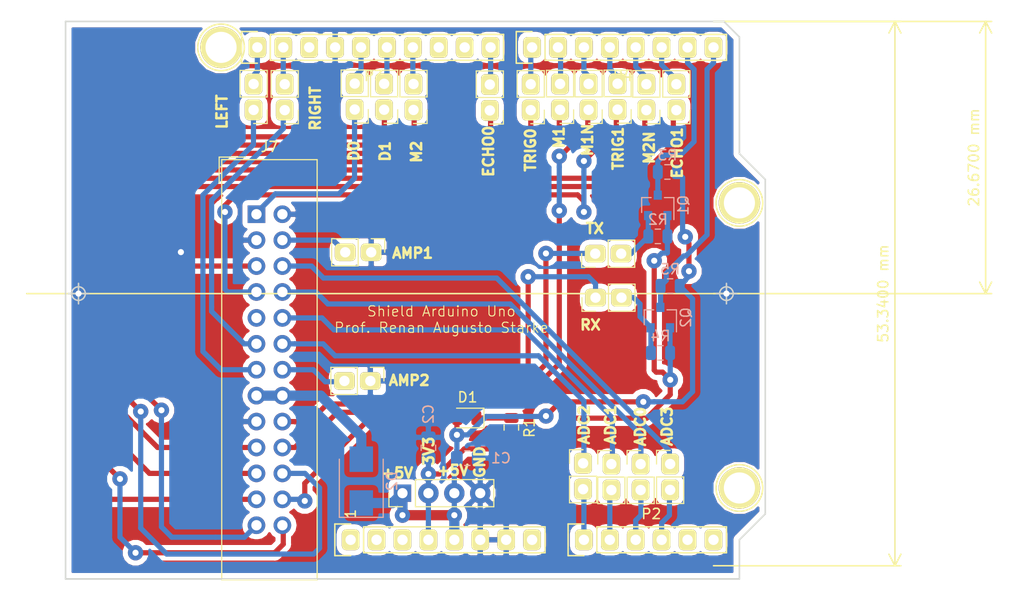
<source format=kicad_pcb>
(kicad_pcb (version 20240108) (generator "pcbnew") (generator_version "8.0")
  (title_block (date "lun. 30 mars 2015"))
  (layers (0 "F.Cu" signal) (31 "B.Cu" signal) (34 "B.Paste" user) (35 "F.Paste" user) (36 "B.SilkS" user "B.Silkscreen") (37 "F.SilkS" user "F.Silkscreen") (38 "B.Mask" user) (39 "F.Mask" user) (44 "Edge.Cuts" user))
  (net 0 "")
  (net 1 "/IOREF")
  (net 2 "/Reset")
  (net 3 "+5V")
  (net 4 "GND")
  (net 5 "/Vin")
  (net 6 "/AREF")
  (net 7 "Net-(P6-Pad1)")
  (net 8 "Net-(P7-Pad1)")
  (net 9 "Net-(P8-Pad1)")
  (net 10 "Net-(P1-Pad1)")
  (net 11 "+3V3")
  (net 12 "A3")
  (net 13 "ADC3")
  (net 14 "13")
  (net 15 "12")
  (net 16 "11")
  (net 17 "10")
  (net 18 "9")
  (net 19 "8")
  (net 20 "7")
  (net 21 "6")
  (net 22 "5")
  (net 23 "4")
  (net 24 "3")
  (net 25 "2")
  (net 26 "Tx")
  (net 27 "Rx")
  (net 28 "A0")
  (net 29 "A1")
  (net 30 "A2")
  (net 31 "ADC0")
  (net 32 "Trig0")
  (net 33 "L_TCRT")
  (net 34 "ADC1")
  (net 35 "Echo0")
  (net 36 "R_TCRT")
  (net 37 "Echo1")
  (net 38 "RXB")
  (net 39 "PWM2")
  (net 40 "Trig1")
  (net 41 "TXB")
  (net 42 "PWM1N")
  (net 43 "D0")
  (net 44 "D1")
  (net 45 "ADC2")
  (net 46 "PWM1")
  (net 47 "PWM2N")
  (net 48 "AMP1")
  (net 49 "AMP2")
  (net 50 "A5(SCL)")
  (net 51 "A4(SDA)")
  (net 52 "Net-(D1-Pad1)")
  (net 53 "Net-(J17-Pad2)")
  (net 54 "Net-(J18-Pad2)")
  (net 55 "+5VP")
  (net 56 "Net-(J7-Pad9)")
  (footprint "Socket_Arduino_Uno:Socket_Strip_Arduino_1x08" (layer "F.Cu") (at 138.938 123.825)
    (property "Reference" "P1" (hide yes))
    (property "Value" "Power")
  )
  (footprint "Socket_Arduino_Uno:Socket_Strip_Arduino_1x06" (layer "F.Cu") (at 161.798 123.825)
    (property "Reference" "P2")
    (property "Value" "Analog")
  )
  (footprint "Socket_Arduino_Uno:Socket_Strip_Arduino_1x10" (layer "F.Cu") (at 129.794 75.565)
    (property "Reference" "P3")
    (property "Value" "Digital")
  )
  (footprint "Socket_Arduino_Uno:Socket_Strip_Arduino_1x08" (layer "F.Cu") (at 156.718 75.565)
    (property "Reference" "P4")
    (property "Value" "Digital")
  )
  (footprint "Socket_Arduino_Uno:Arduino_1pin" (layer "F.Cu") (at 126.238 75.565)
    (property "Reference" "P7" (hide yes))
    (property "Value" "CONN_01X01" (hide yes))
  )
  (footprint "Socket_Arduino_Uno:Arduino_1pin" (layer "F.Cu") (at 177.038 90.805)
    (property "Reference" "P8" (hide yes))
    (property "Value" "CONN_01X01" (hide yes))
  )
  (footprint "Socket_Arduino_Uno:Arduino_1pin" (layer "F.Cu") (at 177.038 118.745)
    (property "Reference" "P6" (hide yes))
    (property "Value" "CONN_01X01" (hide yes))
  )
  (footprint "Connector_PinHeader_2.54mm:PinHeader_1x04_P2.54mm_Vertical" (layer "F.Cu") (at 144.018 119.253 90)
    (property "Reference" "J23" (hide yes))
    (property "Value" "Conn_01x04_Male")
  )
  (footprint "Resistor_SMD:R_0805_2012Metric" (layer "F.Cu") (at 154.686 112.8245 -90)
    (property "Reference" "R1")
    (property "Value" "R")
  )
  (footprint "LED_SMD:LED_0805_2012Metric" (layer "F.Cu") (at 150.3195 111.887 180)
    (property "Reference" "D1")
    (property "Value" "LED")
  )
  (footprint "Connector_PinHeader_2.54mm:PinHeader_1x02_P2.54mm_Vertical" (layer "F.Cu") (at 162.258 81.685 180)
    (property "Reference" "J20" (hide yes))
    (property "Value" "Conn_01x02_Male")
  )
  (footprint "Connector_PinHeader_2.54mm:PinHeader_1x02_P2.54mm_Vertical" (layer "F.Cu") (at 142.218 81.675 180)
    (property "Reference" "J16" (hide yes))
    (property "Value" "Conn_01x02_Male")
  )
  (footprint "Connector_PinHeader_2.54mm:PinHeader_1x02_P2.54mm_Vertical" (layer "F.Cu") (at 167.918 81.715 180)
    (property "Reference" "J15" (hide yes))
    (property "Value" "Conn_01x02_Male")
  )
  (footprint "Connector_PinHeader_2.54mm:PinHeader_1x02_P2.54mm_Vertical" (layer "F.Cu") (at 139.338 81.655 180)
    (property "Reference" "J14" (hide yes))
    (property "Value" "Conn_01x02_Male")
  )
  (footprint "Connector_PinHeader_2.54mm:PinHeader_1x02_P2.54mm_Vertical" (layer "F.Cu") (at 165.098 81.665 180)
    (property "Reference" "J13" (hide yes))
    (property "Value" "Conn_01x02_Male")
  )
  (footprint "Connector_PinHeader_2.54mm:PinHeader_1x02_P2.54mm_Vertical" (layer "F.Cu") (at 156.588 81.715 180)
    (property "Reference" "J12" (hide yes))
    (property "Value" "Conn_01x02_Male")
  )
  (footprint "Connector_PinHeader_2.54mm:PinHeader_1x02_P2.54mm_Vertical" (layer "F.Cu") (at 152.578 81.745 180)
    (property "Reference" "J11" (hide yes))
    (property "Value" "Conn_01x02_Male")
  )
  (footprint "Connector_PinHeader_2.54mm:PinHeader_1x02_P2.54mm_Vertical" (layer "F.Cu") (at 129.428 81.695 180)
    (property "Reference" "J9" (hide yes))
    (property "Value" "Conn_01x02_Male")
  )
  (footprint "Connector_PinHeader_2.54mm:PinHeader_1x02_P2.54mm_Vertical" (layer "F.Cu") (at 132.478 81.715 180)
    (property "Reference" "J8" (hide yes))
    (property "Value" "Conn_01x02_Male")
  )
  (footprint "Connector_PinHeader_2.54mm:PinHeader_1x02_P2.54mm_Vertical" (layer "F.Cu") (at 140.868 108.255 -90)
    (property "Reference" "J6" (hide yes))
    (property "Value" "Conn_01x02_Male")
  )
  (footprint "Connector_PinHeader_2.54mm:PinHeader_1x02_P2.54mm_Vertical" (layer "F.Cu") (at 140.948 95.645 -90)
    (property "Reference" "J5" (hide yes))
    (property "Value" "Conn_01x02_Male")
  )
  (footprint "Connector_PinHeader_2.54mm:PinHeader_1x02_P2.54mm_Vertical" (layer "F.Cu") (at 170.248 116.395)
    (property "Reference" "J4" (hide yes))
    (property "Value" "Conn_01x02_Male")
  )
  (footprint "Connector_PinHeader_2.54mm:PinHeader_1x02_P2.54mm_Vertical" (layer "F.Cu") (at 164.488 116.405)
    (property "Reference" "J2" (hide yes))
    (property "Value" "Conn_01x02_Male")
  )
  (footprint "Connector_PinHeader_2.54mm:PinHeader_1x02_P2.54mm_Vertical" (layer "F.Cu") (at 167.358 116.405)
    (property "Reference" "J1" (hide yes))
    (property "Value" "Conn_01x02_Male")
  )
  (footprint "Connector_PinHeader_2.54mm:PinHeader_1x02_P2.54mm_Vertical" (layer "F.Cu") (at 170.858 81.715 180)
    (property "Reference" "J10" (hide yes))
    (property "Value" "Conn_01x02_Male")
  )
  (footprint "Connector_PinHeader_2.54mm:PinHeader_1x02_P2.54mm_Vertical" (layer "F.Cu") (at 145.098 81.695 180)
    (property "Reference" "J19" (hide yes))
    (property "Value" "Conn_01x02_Male")
  )
  (footprint "Connector_PinHeader_2.54mm:PinHeader_1x02_P2.54mm_Vertical" (layer "F.Cu") (at 159.458 81.685 180)
    (property "Reference" "J21" (hide yes))
    (property "Value" "Conn_01x02_Male")
  )
  (footprint "Connector_PinHeader_2.54mm:PinHeader_1x02_P2.54mm_Vertical" (layer "F.Cu") (at 162.908 95.785 90)
    (property "Reference" "J17" (hide yes))
    (property "Value" "Conn_01x02_Male")
  )
  (footprint "Connector_PinHeader_2.54mm:PinHeader_1x02_P2.54mm_Vertical" (layer "F.Cu") (at 161.718 116.325)
    (property "Reference" "J3" (hide yes))
    (property "Value" "Conn_01x02_Male")
  )
  (footprint "Connector_PinHeader_2.54mm:PinHeader_1x02_P2.54mm_Vertical" (layer "F.Cu") (at 162.938 100.095 90)
    (property "Reference" "J18" (hide yes))
    (property "Value" "Conn_01x02_Male")
  )
  (footprint "Connector_IDC:IDC-Header_2x13_P2.54mm_Vertical" (layer "F.Cu") (at 129.70764 91.91752)
    (property "Reference" "J7")
    (property "Value" "Conn_02x13_Odd_Even")
  )
  (footprint "Capacitor_SMD:C_0805_2012Metric_Pad1.15x1.40mm_HandSolder" (layer "B.Cu") (at 150.368 115.824)
    (property "Reference" "C1")
    (property "Value" "100n")
  )
  (footprint "Capacitor_SMD:C_0805_2012Metric_Pad1.15x1.40mm_HandSolder" (layer "B.Cu") (at 146.558 114.808 90)
    (property "Reference" "C2")
    (property "Value" "100n")
  )
  (footprint "Resistor_SMD:R_0805_2012Metric" (layer "B.Cu") (at 170.2505 98.955 180)
    (property "Reference" "R5")
    (property "Value" "2k2")
  )
  (footprint "Resistor_SMD:R_0805_2012Metric" (layer "B.Cu") (at 169.0455 94.085 180)
    (property "Reference" "R2")
    (property "Value" "2k2")
  )
  (footprint "Resistor_SMD:R_0805_2012Metric" (layer "B.Cu") (at 169.978 87.775 180)
    (property "Reference" "R3")
    (property "Value" "2k2")
  )
  (footprint "Resistor_SMD:R_0805_2012Metric" (layer "B.Cu") (at 169.3055 105.505 180)
    (property "Reference" "R4")
    (property "Value" "2k2")
  )
  (footprint "Package_TO_SOT_SMD:SOT-23" (layer "B.Cu") (at 169.288 102.045 90)
    (property "Reference" "Q2")
    (property "Value" "2N7002")
  )
  (footprint "Package_TO_SOT_SMD:SOT-23" (layer "B.Cu") (at 169.038 91.045 90)
    (property "Reference" "Q1")
    (property "Value" "2N7002")
  )
  (footprint "Diode_SMD:D_SMB" (layer "B.Cu") (at 139.9794 118.0719 90)
    (property "Reference" "D2")
    (property "Value" "D_Schottky")
  )
  (gr_line (start 177.038 99.695) (end 107.188 99.695) (stroke (width 0.15)) (layer "F.SilkS"))
  (gr_line (start 179.578 88.519) (end 177.038 85.979) (stroke (width 0.15)) (layer "Edge.Cuts"))
  (gr_line (start 110.998 73.025) (end 110.998 127.6604) (stroke (width 0.15)) (layer "Edge.Cuts"))
  (gr_line (start 110.998 127.6604) (end 177.038 127.6604) (stroke (width 0.15)) (layer "Edge.Cuts"))
  (gr_line (start 177.038 74.549) (end 175.514 73.025) (stroke (width 0.15)) (layer "Edge.Cuts"))
  (gr_line (start 175.514 73.025) (end 110.998 73.025) (stroke (width 0.15)) (layer "Edge.Cuts"))
  (gr_line (start 177.038 127.6604) (end 177.038 123.825) (stroke (width 0.15)) (layer "Edge.Cuts"))
  (gr_line (start 177.038 85.979) (end 177.038 74.549) (stroke (width 0.15)) (layer "Edge.Cuts"))
  (gr_line (start 177.038 123.825) (end 179.578 121.285) (stroke (width 0.15)) (layer "Edge.Cuts"))
  (gr_line (start 179.578 121.285) (end 179.578 88.519) (stroke (width 0.15)) (layer "Edge.Cuts"))
  (gr_text "ADC3" (at 169.9514 112.6998 90) (layer "F.SilkS") (effects (font (size 1 1) (thickness 0.25))))
  (gr_text "RIGHT" (at 135.46836 81.54924 90) (layer "F.SilkS") (effects (font (size 1 1) (thickness 0.25))))
  (gr_text "M2N" (at 168.1988 85.3948 90) (layer "F.SilkS") (effects (font (size 1 1) (thickness 0.25))))
  (gr_text "ADC0" (at 167.3352 112.7252 90) (layer "F.SilkS") (effects (font (size 1 1) (thickness 0.25))))
  (gr_text "GND" (at 151.5872 116.205 90) (layer "F.SilkS") (effects (font (size 1 1) (thickness 0.25))))
  (gr_text "Shield Arduino Uno\nProf. Renan Augusto Starke" (at 147.828 102.235 0) (layer "F.SilkS") (effects (font (size 1 1) (thickness 0.1))))
  (gr_text "M1N" (at 162.1536 84.6328 90) (layer "F.SilkS") (effects (font (size 1 1) (thickness 0.25))))
  (gr_text "AMP1" (at 145.0086 95.7326 0) (layer "F.SilkS") (effects (font (size 1 1) (thickness 0.25))))
  (gr_text "+5V" (at 143.51 117.2718 0) (layer "F.SilkS") (effects (font (size 1 1) (thickness 0.25))))
  (gr_text "AMP2" (at 144.6784 108.204 0) (layer "F.SilkS") (effects (font (size 1 1) (thickness 0.25))))
  (gr_text "ECHO1" (at 170.942 85.9028 90) (layer "F.SilkS") (effects (font (size 1 1) (thickness 0.25))))
  (gr_text "LEFT" (at 126.32944 81.87944 90) (layer "F.SilkS") (effects (font (size 1 1) (thickness 0.25))))
  (gr_text "M2" (at 145.3896 85.8012 90) (layer "F.SilkS") (effects (font (size 1 1) (thickness 0.25))))
  (gr_text "RX" (at 162.433 102.7684 0) (layer "F.SilkS") (effects (font (size 1 1) (thickness 0.25))))
  (gr_text "3V3" (at 146.5961 115.1382 90) (layer "F.SilkS") (effects (font (size 1 1) (thickness 0.25))))
  (gr_text "+5V" (at 148.9456 117.0178 0) (layer "F.SilkS") (effects (font (size 1 1) (thickness 0.25))))
  (gr_text "ECHO0" (at 152.4508 85.7504 90) (layer "F.SilkS") (effects (font (size 1 1) (thickness 0.25))))
  (gr_text "TX" (at 162.8648 93.3196 0) (layer "F.SilkS") (effects (font (size 1 1) (thickness 0.25))))
  (gr_text "TRIG1" (at 165.1508 85.471 90) (layer "F.SilkS") (effects (font (size 1 1) (thickness 0.25))))
  (gr_text "ADC2" (at 161.8234 112.5474 90) (layer "F.SilkS") (effects (font (size 1 1) (thickness 0.25))))
  (gr_text "M1" (at 159.3596 84.3788 90) (layer "F.SilkS") (effects (font (size 1 1) (thickness 0.25))))
  (gr_text "D0" (at 139.2555 85.7123 90) (layer "F.SilkS") (effects (font (size 1 1) (thickness 0.25))))
  (gr_text "ADC1" (at 164.4142 112.5474 90) (layer "F.SilkS") (effects (font (size 1 1) (thickness 0.25))))
  (gr_text "1" (at 138.938 121.285 90) (layer "F.SilkS") (effects (font (size 1 1))))
  (gr_text "D1" (at 142.3162 85.7504 90) (layer "F.SilkS") (effects (font (size 1 1) (thickness 0.25))))
  (gr_text "TRIG0" (at 156.5656 85.6234 90) (layer "F.SilkS") (effects (font (size 1 1) (thickness 0.25))))
  (dimension (type aligned) (layer "F.SilkS") (pts (xy 174.498 99.695) (xy 174.498 73.025)) (height 26.67) (gr_text "26,6700 mm" (at 200.018 86.36 90) (layer "F.SilkS") (effects (font (size 1 1) (thickness 0.15)))) (format (prefix "") (suffix "") (units 3) (units_format 1) (precision 4)) (style (thickness 0.15) (arrow_length 1.27) (text_position_mode 0) (extension_height 0.58642) (extension_offset 0) keep_text_aligned))
  (dimension (type aligned) (layer "F.SilkS") (pts (xy 174.498 126.365) (xy 174.498 73.025)) (height 17.78) (gr_text "53,3400 mm" (at 191.128 99.695 90) (layer "F.SilkS") (effects (font (size 1 1) (thickness 0.15)))) (format (prefix "") (suffix "") (units 3) (units_format 1) (precision 4)) (style (thickness 0.15) (arrow_length 1.27) (text_position_mode 0) (extension_height 0.58642) (extension_offset 0) keep_text_aligned))
  (target plus (at 175.768 99.695) (size 2) (width 0.15) (layer "Edge.Cuts"))
  (target plus (at 112.268 99.695) (size 2) (width 0.15) (layer "Edge.Cuts"))
  (segment (start 159.658 110.305) (end 159.468 110.305) (width 0.508) (layer "F.Cu") (net 3))
  (segment (start 149.352 113.538) (end 149.352 111.917) (width 0.508) (layer "F.Cu") (net 3))
  (segment (start 159.658 110.305) (end 165.408 110.305) (width 0.508) (layer "F.Cu") (net 3))
  (segment (start 165.408 110.305) (end 167.618 110.305) (width 0.508) (layer "F.Cu") (net 3))
  (segment (start 144.018 121.412) (end 149.098 121.412) (width 1) (layer "F.Cu") (net 3))
  (segment (start 172.093462 97.500462) (end 172.093462 94.770462) (width 0.508) (layer "F.Cu") (net 3))
  (segment (start 149.352 111.917) (end 149.382 111.887) (width 0.508) (layer "F.Cu") (net 3))
  (segment (start 159.468 110.305) (end 158.078 111.695) (width 0.508) (layer "F.Cu") (net 3))
  (via (at 172.093462 97.500462) (size 1.5) (drill 0.6) (layers "F.Cu" "B.Cu") (net 3))
  (via (at 171.728 94.135) (size 1.5) (drill 0.6) (layers "F.Cu" "B.Cu") (net 3))
  (via (at 149.098 121.412) (size 1.5) (drill 0.6) (layers "F.Cu" "B.Cu") (net 3))
  (via (at 158.078 111.695) (size 1.5) (drill 0.6) (layers "F.Cu" "B.Cu") (net 3))
  (via (at 144.018 121.412) (size 1.5) (drill 0.6) (layers "F.Cu" "B.Cu") (net 3))
  (via (at 167.618 110.305) (size 1.5) (drill 0.6) (layers "F.Cu" "B.Cu") (net 3))
  (via (at 149.352 113.538) (size 1.5) (drill 0.6) (layers "F.Cu" "B.Cu") (net 3))
  (segment (start 171.744237 98.398763) (end 171.744237 98.348763) (width 0.508) (layer "B.Cu") (net 3))
  (segment (start 143.9164 119.1514) (end 144.018 119.253) (width 1) (layer "B.Cu") (net 3))
  (segment (start 172.093462 97.999538) (end 172.093462 97.500462) (width 0.508) (layer "B.Cu") (net 3))
  (segment (start 143.0491 120.2219) (end 144.018 119.253) (width 1) (layer "B.Cu") (net 3))
  (segment (start 149.098 119.253) (end 149.098 115.833) (width 0.508) (layer "B.Cu") (net 3))
  (segment (start 149.098 119.253) (end 149.098 123.825) (width 0.508) (layer "B.Cu") (net 3))
  (segment (start 170.9155 87.775) (end 171.471737 88.331237) (width 0.508) (layer "B.Cu") (net 3))
  (segment (start 171.744237 98.348763) (end 172.093462 97.999538) (width 0.508) (layer "B.Cu") (net 3))
  (segment (start 150.41266 113.538) (end 152.21566 111.735) (width 0.508) (layer "B.Cu") (net 3))
  (segment (start 149.343 115.024) (end 149.352 115.015) (width 0.508) (layer "B.Cu") (net 3))
  (segment (start 139.9794 120.2219) (end 143.0491 120.2219) (width 1) (layer "B.Cu") (net 3))
  (segment (start 172.448 109.305) (end 172.448 100.215) (width 0.508) (layer "B.Cu") (net 3))
  (segment (start 168.67866 110.305) (end 168.68866 110.295) (width 0.508) (layer "B.Cu") (net 3))
  (segment (start 144.018 119.253) (end 144.018 121.412) (width 1) (layer "B.Cu") (net 3))
  (segment (start 168.68866 110.295) (end 171.458 110.295) (width 0.508) (layer "B.Cu") (net 3))
  (segment (start 149.352 115.015) (end 149.352 113.538) (width 0.508) (layer "B.Cu") (net 3))
  (segment (start 167.618 110.305) (end 168.67866 110.305) (width 0.508) (layer "B.Cu") (net 3))
  (segment (start 149.352 113.538) (end 150.41266 113.538) (width 0.508) (layer "B.Cu") (net 3))
  (segment (start 152.21566 111.735) (end 157.398 111.735) (width 0.508) (layer "B.Cu") (net 3))
  (segment (start 171.188 98.955) (end 171.744237 98.398763) (width 0.508) (layer "B.Cu") (net 3))
  (segment (start 149.343 115.824) (end 149.343 115.024) (width 0.508) (layer "B.Cu") (net 3))
  (segment (start 149.098 121.412) (end 149.098 123.825) (width 1) (layer "B.Cu") (net 3))
  (segment (start 172.448 100.215) (end 171.188 98.955) (width 0.508) (layer "B.Cu") (net 3))
  (segment (start 171.471737 88.331237) (end 171.471737 94.081263) (width 0.508) (layer "B.Cu") (net 3))
  (segment (start 171.458 110.295) (end 172.448 109.305) (width 0.508) (layer "B.Cu") (net 3))
  (via (at 175.768 99.695) (size 1.5) (drill 0.6) (layers "F.Cu" "B.Cu") (net 4))
  (via (at 112.268 99.695) (size 1.5) (drill 0.6) (layers "F.Cu" "B.Cu") (net 4))
  (via (at 122.301 95.631) (size 1.5) (drill 0.6) (layers "F.Cu" "B.Cu") (net 4))
  (segment (start 151.638 115.189) (end 151.638 119.253) (width 0.508) (layer "B.Cu") (net 4))
  (segment (start 151.638 123.825) (end 151.638 119.253) (width 0.508) (layer "B.Cu") (net 4))
  (segment (start 150.077461 114.916199) (end 157.766801 114.916199) (width 0.508) (layer "F.Cu") (net 11))
  (segment (start 167.948 111.905) (end 170.258 109.595) (width 0.508) (layer "F.Cu") (net 11))
  (segment (start 170.258 109.595) (end 170.258 108.145) (width 0.508) (layer "F.Cu") (net 11))
  (segment (start 147.73866 117.255) (end 150.077461 114.916199) (width 0.508) (layer "F.Cu") (net 11))
  (segment (start 160.778 111.905) (end 167.948 111.905) (width 0.508) (layer "F.Cu") (net 11))
  (segment (start 170.258 108.145) (end 169.508001 107.395001) (width 0.508) (layer "F.Cu") (net 11))
  (segment (start 169.508001 107.395001) (end 168.888001 107.395001) (width 0.508) (layer "F.Cu") (net 11))
  (segment (start 146.558 117.375) (end 147.61866 117.375) (width 0.508) (layer "F.Cu") (net 11))
  (segment (start 168.888001 107.395001) (end 168.688 107.195) (width 0.508) (layer "F.Cu") (net 11))
  (segment (start 157.766801 114.916199) (end 160.778 111.905) (width 0.508) (layer "F.Cu") (net 11))
  (segment (start 147.61866 117.375) (end 147.73866 117.255) (width 0.508) (layer "F.Cu") (net 11))
  (segment (start 168.688 107.195) (end 168.688 96.475) (width 0.508) (layer "F.Cu") (net 11))
  (via (at 146.558 117.375) (size 1.5) (drill 0.6) (layers "F.Cu" "B.Cu") (net 11))
  (via (at 168.688 96.475) (size 1.5) (drill 0.6) (layers "F.Cu" "B.Cu") (net 11))
  (via (at 170.258 108.145) (size 1.5) (drill 0.6) (layers "F.Cu" "B.Cu") (net 11))
  (segment (start 169.983 95.69) (end 169.983 94.885) (width 0.508) (layer "B.Cu") (net 11))
  (segment (start 169.988 94.08) (end 169.983 94.085) (width 0.508) (layer "B.Cu") (net 11))
  (segment (start 169.947999 95.725001) (end 169.983 95.69) (width 0.508) (layer "B.Cu") (net 11))
  (segment (start 146.558 123.825) (end 146.558 119.253) (width 0.508) (layer "B.Cu") (net 11))
  (segment (start 169.983 94.885) (end 169.983 94.085) (width 0.508) (layer "B.Cu") (net 11))
  (segment (start 146.558 117.375) (end 146.558 119.253) (width 0.508) (layer "B.Cu") (net 11))
  (segment (start 170.258 108.145) (end 170.258 105.52) (width 0.508) (layer "B.Cu") (net 11))
  (segment (start 170.258 105.52) (end 170.243 105.505) (width 0.508) (layer "B.Cu") (net 11))
  (segment (start 169.437999 95.725001) (end 169.947999 95.725001) (width 0.508) (layer "B.Cu") (net 11))
  (segment (start 170.238 105.5) (end 170.243 105.505) (width 0.508) (layer "B.Cu") (net 11))
  (segment (start 170.238 103.045) (end 170.238 105.5) (width 0.508) (layer "B.Cu") (net 11))
  (segment (start 169.988 92.045) (end 169.988 94.08) (width 0.508) (layer "B.Cu") (net 11))
  (segment (start 168.688 96.475) (end 169.437999 95.725001) (width 0.508) (layer "B.Cu") (net 11))
  (segment (start 146.558 115.833) (end 146.558 117.375) (width 0.508) (layer "B.Cu") (net 11))
  (segment (start 169.418 122.174) (end 170.18 121.412) (width 0.508) (layer "B.Cu") (net 12))
  (segment (start 169.418 123.825) (end 169.418 122.174) (width 0.508) (layer "B.Cu") (net 12))
  (segment (start 170.18 121.412) (end 170.18 118.999) (width 0.508) (layer "B.Cu") (net 12))
  (segment (start 135.09752 96.99752) (end 136.271 98.171) (width 0.508) (layer "B.Cu") (net 13))
  (segment (start 136.271 98.171) (end 153.25 98.171) (width 0.508) (layer "B.Cu") (net 13))
  (segment (start 153.25 98.171) (end 170.18 115.101) (width 0.508) (layer "B.Cu") (net 13))
  (segment (start 170.18 115.101) (end 170.18 116.459) (width 0.508) (layer "B.Cu") (net 13))
  (segment (start 132.24764 96.99752) (end 135.09752 96.99752) (width 0.508) (layer "B.Cu") (net 13))
  (segment (start 139.319 79.629) (end 139.319 78.426919) (width 0.508) (layer "B.Cu") (net 14))
  (segment (start 139.319 78.426919) (end 139.954 77.791919) (width 0.508) (layer "B.Cu") (net 14))
  (segment (start 139.954 77.791919) (end 139.954 75.565) (width 0.508) (layer "B.Cu") (net 14))
  (segment (start 142.24 78.426919) (end 142.494 78.172919) (width 0.508) (layer "B.Cu") (net 15))
  (segment (start 142.494 78.172919) (end 142.494 75.565) (width 0.508) (layer "B.Cu") (net 15))
  (segment (start 142.24 79.629) (end 142.24 78.426919) (width 0.508) (layer "B.Cu") (net 15))
  (segment (start 145.034 79.502) (end 145.161 79.629) (width 0.508) (layer "B.Cu") (net 16))
  (segment (start 145.034 75.565) (end 145.034 79.502) (width 0.508) (layer "B.Cu") (net 16))
  (segment (start 152.654 79.629) (end 152.654 75.565) (width 0.508) (layer "B.Cu") (net 19))
  (segment (start 156.591 75.692) (end 156.718 75.565) (width 0.508) (layer "B.Cu") (net 20))
  (segment (start 156.591 79.629) (end 156.591 75.692) (width 0.508) (layer "B.Cu") (net 20))
  (segment (start 159.512 79.629) (end 159.512 75.819) (width 0.508) (layer "B.Cu") (net 21))
  (segment (start 159.512 75.819) (end 159.258 75.565) (width 0.508) (layer "B.Cu") (net 21))
  (segment (start 162.306 78.426919) (end 161.798 77.918919) (width 0.508) (layer "B.Cu") (net 22))
  (segment (start 161.798 77.918919) (end 161.798 75.565) (width 0.508) (layer "B.Cu") (net 22))
  (segment (start 162.306 79.629) (end 162.306 78.426919) (width 0.508) (layer "B.Cu") (net 22))
  (segment (start 165.1 78.426919) (end 164.338 77.664919) (width 0.508) (layer "B.Cu") (net 23))
  (segment (start 165.1 79.629) (end 165.1 78.426919) (width 0.508) (layer "B.Cu") (net 23))
  (segment (start 164.338 77.664919) (end 164.338 75.565) (width 0.508) (layer "B.Cu") (net 23))
  (segment (start 167.767 78.359) (end 166.878 77.47) (width 0.508) (layer "B.Cu") (net 24))
  (segment (start 167.767 79.629) (end 167.767 78.359) (width 0.508) (layer "B.Cu") (net 24))
  (segment (start 166.878 77.47) (end 166.878 75.565) (width 0.508) (layer "B.Cu") (net 24))
  (segment (start 169.418 77.283919) (end 169.418 75.565) (width 0.508) (layer "B.Cu") (net 25))
  (segment (start 170.561 78.426919) (end 169.418 77.283919) (width 0.508) (layer "B.Cu") (net 25))
  (segment (start 170.561 79.629) (end 170.561 78.426919) (width 0.508) (layer "B.Cu") (net 25))
  (segment (start 169.668 86.125) (end 171.268 86.125) (width 0.508) (layer "B.Cu") (net 26))
  (segment (start 171.958 77.089) (end 172.593 77.724) (width 0.508) (layer "B.Cu") (net 26))
  (segment (start 169.0405 90.0425) (end 169.038 90.045) (width 0.508) (layer "B.Cu") (net 26))
  (segment (start 171.958 75.565) (end 171.958 77.089) (width 0.508) (layer "B.Cu") (net 26))
  (segment (start 169.0405 87.775) (end 169.0405 90.0425) (width 0.508) (layer "B.Cu") (net 26))
  (segment (start 172.593 77.724) (end 172.593 84.8) (width 0.508) (layer "B.Cu") (net 26))
  (segment (start 172.593 84.8) (end 171.268 86.125) (width 0.508) (layer "B.Cu") (net 26))
  (segment (start 169.0405 87.775) (end 169.0405 86.7525) (width 0.508) (layer "B.Cu") (net 26))
  (segment (start 169.0405 86.7525) (end 169.668 86.125) (width 0.508) (layer "B.Cu") (net 26))
  (segment (start 169.313 101.02) (end 169.288 101.045) (width 0.508) (layer "B.Cu") (net 27))
  (segment (start 173.868 93.932026) (end 173.868 77.719) (width 0.508) (layer "B.Cu") (net 27))
  (segment (start 169.313 98.955) (end 169.313 101.02) (width 0.508) (layer "B.Cu") (net 27))
  (segment (start 174.498 77.089) (end 174.498 75.565) (width 0.508) (layer "B.Cu") (net 27))
  (segment (start 173.868 77.719) (end 174.498 77.089) (width 0.508) (layer "B.Cu") (net 27))
  (segment (start 169.869237 97.713763) (end 171.578 96.005) (width 0.508) (layer "B.Cu") (net 27))
  (segment (start 169.869237 98.398763) (end 169.869237 97.713763) (width 0.508) (layer "B.Cu") (net 27))
  (segment (start 171.795026 96.005) (end 173.868 93.932026) (width 0.508) (layer "B.Cu") (net 27))
  (segment (start 171.578 96.005) (end 171.795026 96.005) (width 0.508) (layer "B.Cu") (net 27))
  (segment (start 169.313 98.955) (end 169.869237 98.398763) (width 0.508) (layer "B.Cu") (net 27))
  (segment (start 161.798 118.999) (end 161.798 123.825) (width 0.508) (layer "B.Cu") (net 28))
  (segment (start 164.338 123.825) (end 164.338 119.253) (width 0.508) (layer "B.Cu") (net 29))
  (segment (start 164.338 119.253) (end 164.592 118.999) (width 0.508) (layer "B.Cu") (net 29))
  (segment (start 166.878 123.825) (end 166.878 121.92) (width 0.508) (layer "B.Cu") (net 30))
  (segment (start 166.878 121.92) (end 167.386 121.412) (width 0.508) (layer "B.Cu") (net 30))
  (segment (start 166.878 123.825) (end 166.878 122.301) (width 0.508) (layer "B.Cu") (net 30))
  (segment (start 167.386 121.412) (end 167.386 118.999) (width 0.508) (layer "B.Cu") (net 30))
  (segment (start 136.70788 100.711) (end 154.571972 100.711) (width 0.508) (layer "B.Cu") (net 31))
  (segment (start 132.24764 99.53752) (end 135.5344 99.53752) (width 0.508) (layer "B.Cu") (net 31))
  (segment (start 135.5344 99.53752) (end 136.70788 100.711) (width 0.508) (layer "B.Cu") (net 31))
  (segment (start 167.386 115.101) (end 167.386 116.459) (width 0.508) (layer "B.Cu") (net 31))
  (segment (start 167.386 113.525028) (end 167.386 115.101) (width 0.508) (layer "B.Cu") (net 31))
  (segment (start 154.571972 100.711) (end 167.386 113.525028) (width 0.508) (layer "B.Cu") (net 31))
  (segment (start 124.78004 114.77752) (end 129.70764 114.77752) (width 0.508) (layer "F.Cu") (net 32))
  (segment (start 116.684096 111.436456) (end 118.50624 113.2586) (width 0.508) (layer "F.Cu") (net 32))
  (segment (start 118.40464 113.157) (end 118.50624 113.2586) (width 0.508) (layer "F.Cu") (net 32))
  (segment (start 120.02516 114.77752) (end 124.78004 114.77752) (width 0.508) (layer "F.Cu") (net 32))
  (segment (start 116.61143 88.386028) (end 116.61143 111.436456) (width 0.508) (layer "F.Cu") (net 32))
  (segment (start 156.591 83.527) (end 153.35157 86.76643) (width 0.508) (layer "F.Cu") (net 32))
  (segment (start 156.591 82.169) (end 156.591 83.527) (width 0.508) (layer "F.Cu") (net 32))
  (segment (start 118.231028 86.76643) (end 116.61143 88.386028) (width 0.508) (layer "F.Cu") (net 32))
  (segment (start 153.35157 86.76643) (end 118.231028 86.76643) (width 0.508) (layer "F.Cu") (net 32))
  (segment (start 118.50624 113.2586) (end 120.02516 114.77752) (width 0.508) (layer "F.Cu") (net 32))
  (segment (start 126.24816 107.15752) (end 124.46 105.36936) (width 0.508) (layer "B.Cu") (net 33))
  (segment (start 129.70764 107.15752) (end 126.24816 107.15752) (width 0.508) (layer "B.Cu") (net 33))
  (segment (start 124.46 105.09504) (end 124.46 90.043) (width 0.508) (layer "B.Cu") (net 33))
  (segment (start 124.46 90.043) (end 129.413 85.09) (width 0.508) (layer "B.Cu") (net 33))
  (segment (start 124.46 105.36936) (end 124.46 105.09504) (width 0.508) (layer "B.Cu") (net 33))
  (segment (start 129.413 85.09) (end 129.413 82.169) (width 0.508) (layer "B.Cu") (net 33))
  (segment (start 136.12876 102.07752) (end 137.30224 103.251) (width 0.508) (layer "B.Cu") (net 34))
  (segment (start 164.592 116.459) (end 164.592 111.880514) (width 0.508) (layer "B.Cu") (net 34))
  (segment (start 155.962486 103.251) (end 137.30224 103.251) (width 0.508) (layer "B.Cu") (net 34))
  (segment (start 132.24764 102.07752) (end 136.12876 102.07752) (width 0.508) (layer "B.Cu") (net 34))
  (segment (start 164.592 111.880514) (end 155.962486 103.251) (width 0.508) (layer "B.Cu") (net 34))
  (segment (start 152.654 83.527) (end 150.22738 85.95362) (width 0.508) (layer "F.Cu") (net 35))
  (segment (start 117.894352 85.95362) (end 115.79862 88.049352) (width 0.508) (layer "F.Cu") (net 35))
  (segment (start 150.22738 85.95362) (end 117.894352 85.95362) (width 0.508) (layer "F.Cu") (net 35))
  (segment (start 152.654 82.169) (end 152.654 83.527) (width 0.508) (layer "F.Cu") (net 35))
  (segment (start 115.79862 113.89362) (end 118.72976 116.82476) (width 0.508) (layer "F.Cu") (net 35))
  (segment (start 115.79862 88.049352) (end 115.79862 113.89362) (width 0.508) (layer "F.Cu") (net 35))
  (segment (start 129.70764 117.31752) (end 119.22252 117.31752) (width 0.508) (layer "F.Cu") (net 35))
  (segment (start 119.22252 117.31752) (end 118.72976 116.82476) (width 0.508) (layer "F.Cu") (net 35))
  (segment (start 129.70764 104.61752) (end 128.486326 104.61752) (width 0.508) (layer "B.Cu") (net 36))
  (segment (start 128.486326 104.61752) (end 125.310199 101.441393) (width 0.508) (layer "B.Cu") (net 36))
  (segment (start 125.310199 101.441393) (end 125.310199 101.00564) (width 0.508) (layer "B.Cu") (net 36))
  (segment (start 125.310199 90.550801) (end 125.310199 101.00564) (width 0.508) (layer "B.Cu") (net 36))
  (segment (start 132.334 83.527) (end 125.310199 90.550801) (width 0.508) (layer "B.Cu") (net 36))
  (segment (start 132.334 82.169) (end 132.334 83.527) (width 0.508) (layer "B.Cu") (net 36))
  (segment (start 129.70764 96.99752) (end 119.98452 96.99752) (width 0.508) (layer "F.Cu") (net 37))
  (segment (start 119.253 96.266) (end 119.253 89.535) (width 0.508) (layer "F.Cu") (net 37))
  (segment (start 119.98452 96.99752) (end 119.253 96.266) (width 0.508) (layer "F.Cu") (net 37))
  (segment (start 170.561 83.527) (end 164.88314 89.20486) (width 0.508) (layer "F.Cu") (net 37))
  (segment (start 164.88314 89.20486) (end 119.469112 89.20486) (width 0.508) (layer "F.Cu") (net 37))
  (segment (start 119.469112 89.20486) (end 119.253 89.420972) (width 0.508) (layer "F.Cu") (net 37))
  (segment (start 170.561 82.169) (end 170.561 83.527) (width 0.508) (layer "F.Cu") (net 37))
  (segment (start 119.253 89.420972) (end 119.253 89.535) (width 0.508) (layer "F.Cu") (net 37))
  (segment (start 145.662514 109.347) (end 146.1516 109.347) (width 0.508) (layer "F.Cu") (net 38))
  (segment (start 133.468954 114.77752) (end 134.251274 113.9952) (width 0.508) (layer "F.Cu") (net 38))
  (segment (start 132.24764 114.77752) (end 133.468954 114.77752) (width 0.508) (layer "F.Cu") (net 38))
  (segment (start 142.246476 111.32821) (end 144.227686 109.347) (width 0.508) (layer "F.Cu") (net 38))
  (segment (start 155.321 109.347) (end 158.115 106.553) (width 0.508) (layer "F.Cu") (net 38))
  (segment (start 134.251274 113.9952) (end 134.9756 113.9952) (width 0.508) (layer "F.Cu") (net 38))
  (segment (start 134.9756 113.9952) (end 137.64259 111.32821) (width 0.508) (layer "F.Cu") (net 38))
  (segment (start 137.64259 111.32821) (end 142.246476 111.32821) (width 0.508) (layer "F.Cu") (net 38))
  (segment (start 146.1516 109.347) (end 155.321 109.347) (width 0.508) (layer "F.Cu") (net 38))
  (segment (start 158.0762 106.5142) (end 158.0762 95.758) (width 0.508) (layer "F.Cu") (net 38))
  (segment (start 144.227686 109.347) (end 146.1516 109.347) (width 0.508) (layer "F.Cu") (net 38))
  (segment (start 158.115 106.553) (end 158.0762 106.5142) (width 0.508) (layer "F.Cu") (net 38))
  (via (at 158.0762 95.758) (size 1.5) (drill 0.6) (layers "F.Cu" "B.Cu") (net 38))
  (segment (start 158.0762 95.758) (end 162.941 95.758) (width 0.508) (layer "B.Cu") (net 38))
  (segment (start 131.4958 125.095) (end 132.334 124.2568) (width 0.508) (layer "F.Cu") (net 39))
  (segment (start 117.856 125.095) (end 131.4958 125.095) (width 0.508) (layer "F.Cu") (net 39))
  (segment (start 145.161 83.566) (end 143.58619 85.14081) (width 0.508) (layer "F.Cu") (net 39))
  (segment (start 145.161 82.169) (end 145.161 83.566) (width 0.508) (layer "F.Cu") (net 39))
  (segment (start 143.58619 85.14081) (end 117.557676 85.14081) (width 0.508) (layer "F.Cu") (net 39))
  (segment (start 114.98581 116.50981) (end 116.332 117.856) (width 0.508) (layer "F.Cu") (net 39))
  (segment (start 117.557676 85.14081) (end 114.98581 87.712676) (width 0.508) (layer "F.Cu") (net 39))
  (segment (start 132.334 124.2568) (end 132.334 122.48388) (width 0.508) (layer "F.Cu") (net 39))
  (segment (start 114.98581 87.712676) (end 114.98581 116.50981) (width 0.508) (layer "F.Cu") (net 39))
  (segment (start 132.334 122.48388) (end 132.24764 122.39752) (width 0.508) (layer "F.Cu") (net 39))
  (via (at 116.332 117.856) (size 1.5) (drill 0.6) (layers "F.Cu" "B.Cu") (net 39))
  (via (at 117.856 125.095) (size 1.5) (drill 0.6) (layers "F.Cu" "B.Cu") (net 39))
  (segment (start 116.332 123.571) (end 116.332 117.856) (width 0.508) (layer "B.Cu") (net 39))
  (segment (start 116.332 123.571) (end 117.856 125.095) (width 0.508) (layer "B.Cu") (net 39))
  (segment (start 164.973 82.169) (end 164.973 83.527) (width 0.508) (layer "F.Cu") (net 40))
  (segment (start 126.619 91.059) (end 127.66033 90.01767) (width 0.508) (layer "F.Cu") (net 40))
  (segment (start 161.18233 90.01767) (end 161.798 90.63334) (width 0.508) (layer "F.Cu") (net 40))
  (segment (start 161.798 90.63334) (end 161.798 91.694) (width 0.508) (layer "F.Cu") (net 40))
  (segment (start 127.66033 90.01767) (end 161.18233 90.01767) (width 0.508) (layer "F.Cu") (net 40))
  (segment (start 126.619 91.694) (end 126.619 91.059) (width 0.508) (layer "F.Cu") (net 40))
  (segment (start 164.973 83.527) (end 161.798 86.702) (width 0.508) (layer "F.Cu") (net 40))
  (via (at 126.619 91.694) (size 1.5) (drill 0.6) (layers "F.Cu" "B.Cu") (net 40))
  (via (at 161.798 86.702) (size 1.5) (drill 0.6) (layers "F.Cu" "B.Cu") (net 40))
  (via (at 161.798 91.694) (size 1.5) (drill 0.6) (layers "F.Cu" "B.Cu") (net 40))
  (segment (start 126.619 91.694) (end 126.619 99.27336) (width 0.508) (layer "B.Cu") (net 40))
  (segment (start 161.798 87.76266) (end 161.798 91.694) (width 0.508) (layer "B.Cu") (net 40))
  (segment (start 161.798 86.702) (end 161.798 87.76266) (width 0.508) (layer "B.Cu") (net 40))
  (segment (start 126.619 99.27336) (end 126.88316 99.53752) (width 0.508) (layer "B.Cu") (net 40))
  (segment (start 126.88316 99.53752) (end 129.70764 99.53752) (width 0.508) (layer "B.Cu") (net 40))
  (segment (start 134.982653 112.17656) (end 136.643813 110.5154) (width 0.508) (layer "F.Cu") (net 41))
  (segment (start 136.643813 110.5154) (end 141.9098 110.5154) (width 0.508) (layer "F.Cu") (net 41))
  (segment (start 133.468954 112.23752) (end 133.484194 112.25276) (width 0.508) (layer "F.Cu") (net 41))
  (segment (start 141.9098 110.5154) (end 143.9672 108.458) (width 0.508) (layer "F.Cu") (net 41))
  (segment (start 143.9672 108.458) (end 154.94 108.458) (width 0.508) (layer "F.Cu") (net 41))
  (segment (start 154.94 108.458) (end 156.337 107.061) (width 0.508) (layer "F.Cu") (net 41))
  (segment (start 132.24764 112.23752) (end 133.468954 112.23752) (width 0.508) (layer "F.Cu") (net 41))
  (segment (start 134.906453 112.25276) (end 134.982653 112.17656) (width 0.508) (layer "F.Cu") (net 41))
  (segment (start 156.337 107.061) (end 156.337 98.044) (width 0.508) (layer "F.Cu") (net 41))
  (segment (start 133.484194 112.25276) (end 134.906453 112.25276) (width 0.508) (layer "F.Cu") (net 41))
  (via (at 156.337 98.044) (size 1.5) (drill 0.6) (layers "F.Cu" "B.Cu") (net 41))
  (segment (start 162.245 98.044) (end 162.938 98.737) (width 0.508) (layer "B.Cu") (net 41))
  (segment (start 156.337 98.044) (end 162.245 98.044) (width 0.508) (layer "B.Cu") (net 41))
  (segment (start 162.938 98.737) (end 162.938 100.095) (width 0.508) (layer "B.Cu") (net 41))
  (segment (start 140.462 112.268) (end 134.4422 118.2878) (width 0.508) (layer "F.Cu") (net 42))
  (segment (start 134.4422 118.2878) (end 134.4422 120.015) (width 0.508) (layer "F.Cu") (net 42))
  (segment (start 159.473 86.233) (end 159.385 86.233) (width 0.508) (layer "F.Cu") (net 42))
  (segment (start 145.4912 110.363) (end 143.5862 112.268) (width 0.508) (layer "F.Cu") (net 42))
  (segment (start 159.385 91.567) (end 159.385 106.553) (width 0.508) (layer "F.Cu") (net 42))
  (segment (start 143.5862 112.268) (end 140.462 112.268) (width 0.508) (layer "F.Cu") (net 42))
  (segment (start 162.179 83.527) (end 159.473 86.233) (width 0.508) (layer "F.Cu") (net 42))
  (segment (start 155.575 110.363) (end 145.4912 110.363) (width 0.508) (layer "F.Cu") (net 42))
  (segment (start 159.385 106.553) (end 155.575 110.363) (width 0.508) (layer "F.Cu") (net 42))
  (segment (start 162.179 82.169) (end 162.179 83.527) (width 0.508) (layer "F.Cu") (net 42))
  (via (at 159.385 91.567) (size 1.5) (drill 0.6) (layers "F.Cu" "B.Cu") (net 42))
  (via (at 159.385 86.233) (size 1.5) (drill 0.6) (layers "F.Cu" "B.Cu") (net 42))
  (via (at 134.4422 120.015) (size 1.5) (drill 0.6) (layers "F.Cu" "B.Cu") (net 42))
  (segment (start 159.385 87.29366) (end 159.385 91.567) (width 0.508) (layer "B.Cu") (net 42))
  (segment (start 134.28472 119.85752) (end 134.4422 120.015) (width 0.508) (layer "B.Cu") (net 42))
  (segment (start 159.385 86.233) (end 159.385 87.29366) (width 0.508) (layer "B.Cu") (net 42))
  (segment (start 132.24764 119.85752) (end 134.28472 119.85752) (width 0.508) (layer "B.Cu") (net 42))
  (segment (start 137.795 89.916) (end 139.319 88.392) (width 0.508) (layer "B.Cu") (net 43))
  (segment (start 139.319 84.582) (end 139.319 82.169) (width 0.508) (layer "B.Cu") (net 43))
  (segment (start 129.794 91.694) (end 131.572 89.916) (width 0.508) (layer "B.Cu") (net 43))
  (segment (start 131.572 89.916) (end 137.795 89.916) (width 0.508) (layer "B.Cu") (net 43))
  (segment (start 139.319 88.392) (end 139.319 84.582) (width 0.508) (layer "B.Cu") (net 43))
  (segment (start 141.732 84.328) (end 142.24 83.82) (width 0.508) (layer "F.Cu") (net 44))
  (segment (start 114.173 87.376) (end 117.221 84.328) (width 0.508) (layer "F.Cu") (net 44))
  (segment (start 117.221 84.328) (end 141.732 84.328) (width 0.508) (layer "F.Cu") (net 44))
  (segment (start 129.70764 119.85752) (end 115.47348 119.85752) (width 0.508) (layer "F.Cu") (net 44))
  (segment (start 142.24 83.82) (end 142.24 82.169) (width 0.508) (layer "F.Cu") (net 44))
  (segment (start 115.47348 119.85752) (end 114.173 118.55704) (width 0.508) (layer "F.Cu") (net 44))
  (segment (start 114.173 118.55704) (end 114.173 87.376) (width 0.508) (layer "F.Cu") (net 44))
  (segment (start 133.468954 104.61752) (end 133.474034 104.6226) (width 0.508) (layer "B.Cu") (net 45))
  (segment (start 157.353 105.791) (end 161.798 110.236) (width 0.508) (layer "B.Cu") (net 45))
  (segment (start 133.474034 104.6226) (end 136.2456 104.6226) (width 0.508) (layer "B.Cu") (net 45))
  (segment (start 136.2456 104.6226) (end 137.414 105.791) (width 0.508) (layer "B.Cu") (net 45))
  (segment (start 137.414 105.791) (end 157.353 105.791) (width 0.508) (layer "B.Cu") (net 45))
  (segment (start 161.798 110.236) (end 161.798 116.459) (width 0.508) (layer "B.Cu") (net 45))
  (segment (start 132.24764 104.61752) (end 133.468954 104.61752) (width 0.508) (layer "B.Cu") (net 45))
  (segment (start 146.60876 87.57924) (end 118.79576 87.57924) (width 0.508) (layer "F.Cu") (net 46))
  (segment (start 117.475 107.188) (end 117.475 110.363) (width 0.508) (layer "F.Cu") (net 46))
  (segment (start 117.475 110.363) (end 118.364 111.252) (width 0.508) (layer "F.Cu") (net 46))
  (segment (start 155.33276 87.57924) (end 153.688246 87.57924) (width 0.508) (layer "F.Cu") (net 46))
  (segment (start 159.385 82.169) (end 159.385 83.527) (width 0.508) (layer "F.Cu") (net 46))
  (segment (start 159.385 83.527) (end 155.33276 87.57924) (width 0.508) (layer "F.Cu") (net 46))
  (segment (start 117.475 88.9) (end 117.475 107.188) (width 0.508) (layer "F.Cu") (net 46))
  (segment (start 153.688246 87.57924) (end 146.60876 87.57924) (width 0.508) (layer "F.Cu") (net 46))
  (segment (start 118.79576 87.57924) (end 117.475 88.9) (width 0.508) (layer "F.Cu") (net 46))
  (via (at 118.364 111.252) (size 1.5) (drill 0.6) (layers "F.Cu" "B.Cu") (net 46))
  (segment (start 120.904 125.222) (end 135.314081 125.222) (width 0.508) (layer "B.Cu") (net 46))
  (segment (start 135.89 124.646081) (end 135.89 119.634) (width 0.508) (layer "B.Cu") (net 46))
  (segment (start 118.364 122.682) (end 120.904 125.222) (width 0.508) (layer "B.Cu") (net 46))
  (segment (start 118.364 111.252) (end 118.364 122.682) (width 0.508) (layer "B.Cu") (net 46))
  (segment (start 132.24764 117.31752) (end 134.4676 117.31752) (width 0.508) (layer "B.Cu") (net 46))
  (segment (start 135.89 118.73992) (end 135.89 119.634) (width 0.508) (layer "B.Cu") (net 46))
  (segment (start 134.4676 117.31752) (end 135.89 118.73992) (width 0.508) (layer "B.Cu") (net 46))
  (segment (start 135.314081 125.222) (end 135.89 124.646081) (width 0.508) (layer "B.Cu") (net 46))
  (segment (start 118.364 109.093) (end 120.396 111.125) (width 0.508) (layer "F.Cu") (net 47))
  (segment (start 167.767 82.169) (end 167.767 83.527) (width 0.508) (layer "F.Cu") (net 47))
  (segment (start 167.767 83.527) (end 162.90195 88.39205) (width 0.508) (layer "F.Cu") (net 47))
  (segment (start 119.132436 88.39205) (end 118.364 89.160486) (width 0.508) (layer "F.Cu") (net 47))
  (segment (start 118.364 89.160486) (end 118.364 109.093) (width 0.508) (layer "F.Cu") (net 47))
  (segment (start 162.90195 88.39205) (end 119.132436 88.39205) (width 0.508) (layer "F.Cu") (net 47))
  (via (at 120.396 111.125) (size 1.5) (drill 0.6) (layers "F.Cu" "B.Cu") (net 47))
  (segment (start 120.396 122.555) (end 121.412 123.571) (width 0.508) (layer "B.Cu") (net 47))
  (segment (start 120.396 111.125) (end 120.396 122.555) (width 0.508) (layer "B.Cu") (net 47))
  (segment (start 125.69444 123.571) (end 128.53416 123.571) (width 0.508) (layer "B.Cu") (net 47))
  (segment (start 121.412 123.571) (end 125.69444 123.571) (width 0.508) (layer "B.Cu") (net 47))
  (segment (start 128.53416 123.571) (end 129.70764 122.39752) (width 0.508) (layer "B.Cu") (net 47))
  (segment (start 132.24764 94.45752) (end 137.22052 94.45752) (width 0.508) (layer "B.Cu") (net 48))
  (segment (start 137.22052 94.45752) (end 138.408 95.645) (width 0.508) (layer "B.Cu") (net 48))
  (segment (start 135.2804 107.15752) (end 136.45388 108.331) (width 0.508) (layer "B.Cu") (net 49))
  (segment (start 136.45388 108.331) (end 138.176 108.331) (width 0.508) (layer "B.Cu") (net 49))
  (segment (start 132.24764 107.15752) (end 135.2804 107.15752) (width 0.508) (layer "B.Cu") (net 49))
  (segment (start 129.54 78.172919) (end 129.794 77.918919) (width 0.508) (layer "B.Cu") (net 50))
  (segment (start 129.794 77.918919) (end 129.794 75.565) (width 0.508) (layer "B.Cu") (net 50))
  (segment (start 129.54 79.375) (end 129.54 78.172919) (width 0.508) (layer "B.Cu") (net 50))
  (segment (start 132.334 79.375) (end 132.334 75.565) (width 0.508) (layer "B.Cu") (net 51))
  (segment (start 151.257 111.887) (end 154.686 111.887) (width 0.508) (layer "F.Cu") (net 52))
  (segment (start 168.108 92.065) (end 168.088 92.045) (width 0.508) (layer "B.Cu") (net 53))
  (segment (start 165.448 95.785) (end 166.408 95.785) (width 0.508) (layer "B.Cu") (net 53))
  (segment (start 166.408 95.785) (end 168.108 94.085) (width 0.508) (layer "B.Cu") (net 53))
  (segment (start 168.108 94.085) (end 168.108 92.065) (width 0.508) (layer "B.Cu") (net 53))
  (segment (start 168.338 102.995) (end 167.298 101.955) (width 0.508) (layer "B.Cu") (net 54))
  (segment (start 168.338 103.045) (end 168.338 102.995) (width 0.508) (layer "B.Cu") (net 54))
  (segment (start 168.368 105.505) (end 168.368 103.075) (width 0.508) (layer "B.Cu") (net 54))
  (segment (start 166.680081 100.095) (end 167.298 100.712919) (width 0.508) (layer "B.Cu") (net 54))
  (segment (start 167.298 100.712919) (end 167.298 101.955) (width 0.508) (layer "B.Cu") (net 54))
  (segment (start 165.478 100.095) (end 166.680081 100.095) (width 0.508) (layer "B.Cu") (net 54))
  (segment (start 168.368 103.075) (end 168.338 103.045) (width 0.508) (layer "B.Cu") (net 54))
  (segment (start 132.24764 109.69752) (end 136.00502 109.69752) (width 1) (layer "B.Cu") (net 55))
  (segment (start 139.9794 113.6719) (end 139.9794 115.9219) (width 1) (layer "B.Cu") (net 55))
  (segment (start 129.70764 109.69752) (end 132.24764 109.69752) (width 1) (layer "B.Cu") (net 55))
  (segment (start 136.00502 109.69752) (end 139.9794 113.6719) (width 1) (layer "B.Cu") (net 55))
  (zone (net 4) (net_name "GND") (layer "F.Cu") (connect_pads (clearance 0.508)) (min_thickness 0.254) (fill yes (thermal_gap 0.508) (thermal_bridge_width 0.508))
    (polygon (pts (xy 106.67492 70.92188) (xy 181.356 72.517) (xy 181.229 127.889) (xy 107.95 128.143)))
  )
  (zone (net 4) (net_name "GND") (layer "B.Cu") (connect_pads (clearance 0.508)) (min_thickness 0.254) (fill yes (thermal_gap 0.508) (thermal_bridge_width 0.508))
    (polygon (pts (xy 113.538 72.263) (xy 180.213 72.898) (xy 180.83784 128.05156) (xy 110.71352 128.02108) (xy 110.998 72.009)))
  )
)
</source>
